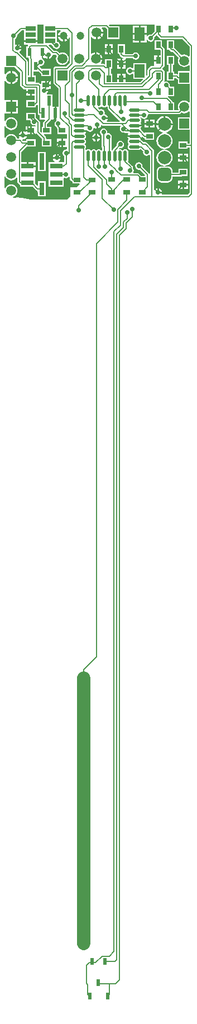
<source format=gtl>
%FSLAX25Y25*%
%MOIN*%
G70*
G01*
G75*
G04 Layer_Physical_Order=1*
G04 Layer_Color=255*
%ADD10R,0.03937X0.02756*%
%ADD11R,0.02362X0.03937*%
%ADD12R,0.01969X0.03937*%
%ADD13R,0.02756X0.03937*%
%ADD14R,0.06299X0.07874*%
%ADD15O,0.02165X0.06496*%
%ADD16O,0.06496X0.02165*%
%ADD17R,0.02362X0.05118*%
%ADD18R,0.06299X0.02756*%
%ADD19R,0.02362X0.05906*%
%ADD20R,0.03150X0.09843*%
%ADD21R,0.03150X0.07480*%
%ADD22R,0.07480X0.03150*%
%ADD23C,0.00787*%
%ADD24C,0.07874*%
G04:AMPARAMS|DCode=25|XSize=78.74mil|YSize=78.74mil|CornerRadius=19.69mil|HoleSize=0mil|Usage=FLASHONLY|Rotation=270.000|XOffset=0mil|YOffset=0mil|HoleType=Round|Shape=RoundedRectangle|*
%AMROUNDEDRECTD25*
21,1,0.07874,0.03937,0,0,270.0*
21,1,0.03937,0.07874,0,0,270.0*
1,1,0.03937,-0.01969,-0.01969*
1,1,0.03937,-0.01969,0.01969*
1,1,0.03937,0.01969,0.01969*
1,1,0.03937,0.01969,-0.01969*
%
%ADD25ROUNDEDRECTD25*%
%ADD26C,0.07874*%
%ADD27C,0.05906*%
%ADD28R,0.05906X0.05906*%
%ADD29R,0.05906X0.05906*%
%ADD30C,0.04724*%
%ADD31C,0.02756*%
G36*
X68087Y326901D02*
Y323464D01*
X61221D01*
Y315984D01*
X68087D01*
Y307897D01*
X67027D01*
Y309055D01*
X61516D01*
Y304724D01*
X67027D01*
Y305489D01*
X68087D01*
Y278452D01*
X66976Y277341D01*
X51684D01*
X51449Y277782D01*
X51469Y277812D01*
X51554Y278240D01*
X49229D01*
Y278740D01*
X48729D01*
Y281065D01*
X48301Y280980D01*
X47515Y280455D01*
X47352Y280211D01*
X46874Y280356D01*
Y303619D01*
X46874Y303619D01*
X46782Y304080D01*
X46521Y304471D01*
X42660Y308332D01*
X42269Y308593D01*
X41808Y308684D01*
X41808Y308684D01*
X40603D01*
X39380Y309907D01*
X38990Y310168D01*
X38946Y310176D01*
X38859Y310616D01*
X38903Y310703D01*
X38903Y310703D01*
X38903D01*
X39363Y311392D01*
X39430Y311726D01*
X39908Y311872D01*
X40427Y311353D01*
X40427Y311353D01*
X40818Y311092D01*
X41279Y311000D01*
X41437Y310209D01*
Y310039D01*
X46949D01*
Y314370D01*
X41437D01*
X41437Y314370D01*
Y314370D01*
X40998Y314188D01*
X39178Y316008D01*
X39163Y316084D01*
X38750Y316702D01*
X38750Y316702D01*
X38750D01*
X38903Y317002D01*
X38903Y317002D01*
X38903D01*
X39363Y317691D01*
X39426Y318004D01*
X35236D01*
Y319004D01*
X39426D01*
X39363Y319316D01*
X38903Y320005D01*
X38903Y320005D01*
X38903D01*
X38750Y320305D01*
X38750Y320305D01*
X39163Y320924D01*
X39308Y321653D01*
X39163Y322383D01*
X38750Y323002D01*
Y323329D01*
X39228Y323475D01*
X39384Y323242D01*
X40100Y322763D01*
X40945Y322595D01*
X41790Y322763D01*
X42506Y323242D01*
X42985Y323958D01*
X43153Y324803D01*
X43134Y324900D01*
X43484Y325424D01*
X43945Y325332D01*
X61773D01*
X61773Y325332D01*
X62234Y325424D01*
X62625Y325685D01*
X63302Y326363D01*
X63984Y326080D01*
X64961Y325952D01*
X65937Y326080D01*
X66847Y326457D01*
X67628Y327057D01*
X68087Y326901D01*
D02*
G37*
G36*
X13429Y316812D02*
X13857Y316897D01*
X14643Y317422D01*
X15169Y318209D01*
X15272Y318725D01*
X15750Y318870D01*
X15786Y318835D01*
X16176Y318574D01*
X16637Y318482D01*
X16637Y318482D01*
X26794D01*
X27030Y318041D01*
X26589Y317382D01*
X26421Y316537D01*
X26589Y315692D01*
X27068Y314976D01*
X27784Y314497D01*
X28629Y314329D01*
X29084Y314420D01*
X29351Y314242D01*
X29812Y314150D01*
X29812Y314150D01*
X31273D01*
X31569Y313706D01*
X31109Y313017D01*
X31047Y312705D01*
X35236D01*
Y311705D01*
X31047D01*
X31109Y311392D01*
X31569Y310703D01*
X31569Y310703D01*
X31569D01*
X31723Y310403D01*
X31723Y310403D01*
X31723D01*
X31309Y309785D01*
X31164Y309055D01*
X31309Y308325D01*
X31723Y307707D01*
Y307254D01*
X31309Y306635D01*
X31164Y305905D01*
X31309Y305176D01*
X31723Y304557D01*
X32341Y304144D01*
X33071Y303999D01*
X37402D01*
X38131Y304144D01*
X38750Y304557D01*
X39550Y304022D01*
X40396Y303177D01*
X40312Y302756D01*
X40480Y301911D01*
X40959Y301195D01*
X41675Y300716D01*
X42520Y300548D01*
X43365Y300716D01*
X44024Y301157D01*
X44465Y300921D01*
Y290035D01*
X43987Y289890D01*
X43765Y290222D01*
X43765Y290222D01*
X39919Y294067D01*
X40003Y294488D01*
X39835Y295333D01*
X39356Y296049D01*
X38640Y296527D01*
X37795Y296695D01*
X36950Y296527D01*
X36234Y296049D01*
X35756Y295333D01*
X35587Y294488D01*
X35756Y293643D01*
X36234Y292927D01*
X36950Y292448D01*
X37795Y292280D01*
X38217Y292364D01*
X41536Y289045D01*
X41344Y288583D01*
X39301D01*
X38056Y289828D01*
X37666Y290089D01*
X37205Y290181D01*
X37205Y290181D01*
X34775D01*
X34540Y290622D01*
X34717Y290887D01*
X34885Y291732D01*
X34717Y292577D01*
X34275Y293238D01*
Y293701D01*
X34275Y293701D01*
X34275Y293701D01*
Y293701D01*
X34275D01*
X34275Y293701D01*
X34183Y294162D01*
X34079Y294318D01*
X33922Y294552D01*
X33922Y294552D01*
X31282Y297193D01*
X31486Y297498D01*
X31631Y298228D01*
Y302559D01*
X31486Y303289D01*
X31073Y303907D01*
X30454Y304321D01*
X29724Y304466D01*
X28995Y304321D01*
X28376Y303907D01*
X27923D01*
X27305Y304321D01*
X26575Y304466D01*
X26279Y304407D01*
X26043Y304848D01*
X26408Y305213D01*
X26829Y305129D01*
X27674Y305297D01*
X28390Y305776D01*
X28869Y306492D01*
X29037Y307337D01*
X28869Y308182D01*
X28390Y308898D01*
X27674Y309377D01*
X26829Y309544D01*
X25984Y309377D01*
X25268Y308898D01*
X24789Y308182D01*
X24621Y307337D01*
X24705Y306916D01*
X22574Y304784D01*
X22313Y304394D01*
X22237Y304014D01*
X22077Y303907D01*
X21624D01*
Y303907D01*
X21480Y304003D01*
Y311090D01*
X21479Y311092D01*
X21474Y311119D01*
X21637Y311937D01*
X21469Y312782D01*
X20990Y313498D01*
X20274Y313977D01*
X19429Y314144D01*
X19360Y314131D01*
X19006Y314484D01*
X19037Y314637D01*
X18869Y315482D01*
X18390Y316198D01*
X17674Y316676D01*
X16829Y316845D01*
X15984Y316676D01*
X15268Y316198D01*
X14789Y315482D01*
X14621Y314637D01*
X14789Y313792D01*
X15268Y313076D01*
X15625Y312837D01*
Y306337D01*
X15625Y306337D01*
X15716Y305876D01*
X15716Y305876D01*
X15716Y305876D01*
X15922Y305569D01*
Y304003D01*
X15778Y303907D01*
X15324D01*
X14706Y304321D01*
X13976Y304466D01*
X13247Y304321D01*
X12628Y303907D01*
X12175D01*
X11556Y304321D01*
X10827Y304466D01*
X10097Y304321D01*
X9478Y303907D01*
X9025D01*
X8407Y304321D01*
X7677Y304466D01*
X6947Y304321D01*
X6474Y304004D01*
X6033Y304240D01*
Y305088D01*
X6092Y305176D01*
X6237Y305905D01*
X6092Y306635D01*
X5679Y307254D01*
Y307707D01*
X6092Y308325D01*
X6237Y309055D01*
X6092Y309785D01*
X5679Y310403D01*
Y310856D01*
X6092Y311475D01*
X6237Y312205D01*
X6092Y312934D01*
X5679Y313553D01*
X5832Y313853D01*
X5832D01*
X6292Y314542D01*
X6355Y314854D01*
X2165D01*
Y315854D01*
X6661D01*
X6840Y315928D01*
X7094Y315548D01*
X7810Y315069D01*
X8655Y314901D01*
X9500Y315069D01*
X10216Y315548D01*
X10695Y316264D01*
X10863Y317109D01*
X11495Y317235D01*
X12001Y316897D01*
X12429Y316812D01*
Y319137D01*
X13429D01*
Y316812D01*
D02*
G37*
G36*
X-8856Y374897D02*
X-9445Y374445D01*
X-9984Y373743D01*
X-10323Y372925D01*
X-10373Y372547D01*
X-7047D01*
Y372047D01*
X-6547D01*
Y368722D01*
X-6170Y368772D01*
X-5352Y369110D01*
X-4650Y369649D01*
X-4110Y370352D01*
X-3772Y371169D01*
X-3275Y371104D01*
Y356108D01*
X-5620Y353763D01*
X-12008D01*
X-12469Y353672D01*
X-12860Y353411D01*
X-13121Y353020D01*
X-13212Y352559D01*
Y344291D01*
X-13213Y344291D01*
X-13121Y343830D01*
X-12860Y343440D01*
X-10234Y340814D01*
Y329937D01*
X-11508D01*
Y325984D01*
Y321906D01*
X-11401Y321553D01*
X-11932Y321198D01*
X-12411Y320482D01*
X-12579Y319637D01*
X-12411Y318792D01*
X-11932Y318076D01*
X-11504Y317790D01*
X-11484Y317686D01*
X-11223Y317295D01*
X-10729Y316801D01*
Y313583D01*
X-5217D01*
D01*
X-5217D01*
X-5141Y313507D01*
Y310646D01*
X-7473D01*
Y308268D01*
Y305890D01*
X-5141D01*
Y304615D01*
X-5471Y304345D01*
X-6316Y304176D01*
X-7032Y303698D01*
X-7511Y302982D01*
X-7679Y302137D01*
X-7511Y301292D01*
X-7032Y300576D01*
X-6716Y300364D01*
Y296717D01*
X-6992D01*
Y296717D01*
X-10051D01*
X-10196Y297195D01*
X-9557Y297622D01*
X-9031Y298409D01*
X-8946Y298837D01*
X-13596D01*
X-13511Y298409D01*
X-12985Y297622D01*
X-12346Y297195D01*
X-12491Y296717D01*
X-16047D01*
Y292070D01*
X-16047Y292070D01*
X-16047D01*
X-16047Y291992D01*
Y291854D01*
X-16047Y291717D01*
X-16047Y291639D01*
X-16047Y291639D01*
X-16047D01*
Y287070D01*
X-16047Y287070D01*
X-16047D01*
X-16047Y286992D01*
Y286854D01*
Y286717D01*
X-16047Y286639D01*
X-16047Y286639D01*
X-16047D01*
Y281992D01*
X-6992D01*
Y286639D01*
X-6992Y286639D01*
D01*
D01*
X-6992Y286717D01*
Y286770D01*
Y286854D01*
Y286893D01*
Y286992D01*
X-6992Y287049D01*
X-6992Y287070D01*
X-6551Y287326D01*
X-6533Y287315D01*
X-5689Y287147D01*
X-4844Y287315D01*
X-4127Y287793D01*
X-3954Y288053D01*
X-3475Y287908D01*
Y287020D01*
X-3475Y287020D01*
X-3384Y286560D01*
X-3122Y286169D01*
X-2323Y285369D01*
X-2323D01*
X-2323Y285369D01*
X-2323Y285369D01*
Y285369D01*
X-1932Y285108D01*
X-1870Y285096D01*
Y284055D01*
X2299D01*
X2491Y283593D01*
X689Y281791D01*
X-2953D01*
X-3150Y276378D01*
X-4921Y274606D01*
X-27012D01*
X-28320Y274934D01*
X-31859Y275459D01*
X-35433Y275634D01*
Y275610D01*
X-35433Y275610D01*
X-37265D01*
X-37362Y276100D01*
X-36500Y276457D01*
X-35718Y277057D01*
X-35119Y277838D01*
X-34742Y278748D01*
X-34613Y279724D01*
X-34742Y280701D01*
X-35119Y281611D01*
X-35718Y282392D01*
X-36500Y282991D01*
X-37409Y283368D01*
X-38386Y283497D01*
X-39362Y283368D01*
X-40272Y282991D01*
X-41053Y282392D01*
X-41653Y281611D01*
X-41813Y281223D01*
X-42304Y281321D01*
Y288128D01*
X-41813Y288226D01*
X-41653Y287838D01*
X-41053Y287057D01*
X-40272Y286457D01*
X-39362Y286081D01*
X-38386Y285952D01*
X-37409Y286081D01*
X-36500Y286457D01*
X-35718Y287057D01*
X-35249Y287669D01*
X-34775Y287508D01*
Y285254D01*
X-34775Y285254D01*
X-34684Y284793D01*
X-34422Y284403D01*
X-33523Y283503D01*
X-33522Y283503D01*
X-33165Y283264D01*
Y281992D01*
X-25512D01*
X-23574Y280054D01*
X-23183Y279793D01*
X-22722Y279701D01*
X-22441Y278295D01*
Y276378D01*
X-17717D01*
Y285433D01*
X-22441D01*
Y282981D01*
X-22903Y282789D01*
X-24110Y283997D01*
Y286717D01*
D01*
Y286717D01*
X-24110Y286717D01*
Y286992D01*
X-24110D01*
Y291717D01*
D01*
Y291717D01*
X-24047Y291780D01*
X-23898D01*
Y293854D01*
X-28638D01*
Y294354D01*
X-29138D01*
Y296929D01*
X-32367D01*
Y302869D01*
X-29133Y306102D01*
X-23918D01*
Y310433D01*
X-29429D01*
Y309472D01*
X-31316D01*
X-31784Y309940D01*
X-31548Y310381D01*
X-31496Y310371D01*
X-30568Y310555D01*
X-29782Y311081D01*
X-29256Y311867D01*
X-29171Y312295D01*
X-33821D01*
X-33736Y311867D01*
X-33404Y311369D01*
X-33639Y310929D01*
X-34836D01*
X-35119Y311611D01*
X-35718Y312392D01*
X-36500Y312991D01*
X-37409Y313368D01*
X-38386Y313497D01*
X-39362Y313368D01*
X-40272Y312991D01*
X-41053Y312392D01*
X-41653Y311611D01*
X-41813Y311223D01*
X-42304Y311321D01*
Y318128D01*
X-41813Y318226D01*
X-41653Y317838D01*
X-41053Y317057D01*
X-40272Y316457D01*
X-39362Y316080D01*
X-38386Y315952D01*
X-37409Y316080D01*
X-36500Y316457D01*
X-35718Y317057D01*
X-35119Y317838D01*
X-34742Y318748D01*
X-34613Y319724D01*
X-34742Y320701D01*
X-35119Y321611D01*
X-35718Y322392D01*
X-36500Y322991D01*
X-37409Y323368D01*
X-38386Y323497D01*
X-39362Y323368D01*
X-40272Y322991D01*
X-41053Y322392D01*
X-41653Y321611D01*
X-41813Y321223D01*
X-42304Y321321D01*
Y325772D01*
X-38886D01*
Y329724D01*
Y333677D01*
X-42304D01*
Y345097D01*
X-42026Y345213D01*
X-41830Y345279D01*
X-41205Y344464D01*
X-40379Y343831D01*
X-39418Y343432D01*
X-38886Y343362D01*
Y347284D01*
Y351205D01*
X-39418Y351135D01*
X-40379Y350736D01*
X-41205Y350103D01*
X-41830Y349288D01*
X-42026Y349355D01*
X-42304Y349470D01*
Y353543D01*
X-42126D01*
Y353543D01*
X-36349D01*
X-33075Y350270D01*
Y342939D01*
X-33075Y342938D01*
X-32984Y342478D01*
X-32722Y342087D01*
X-31122Y340487D01*
X-30732Y340226D01*
X-30271Y340134D01*
X-29445D01*
Y339279D01*
X-26476D01*
Y338779D01*
X-25976D01*
Y336401D01*
X-24475D01*
Y333661D01*
X-29331D01*
Y329331D01*
X-23819D01*
Y330350D01*
X-23651Y330383D01*
X-23260Y330644D01*
X-23037Y330868D01*
X-22575Y330676D01*
Y325984D01*
X-22484Y325523D01*
X-22222Y325133D01*
X-21832Y324872D01*
X-21457Y324797D01*
Y322244D01*
X-18319D01*
X-18127Y321782D01*
X-19021Y320888D01*
X-19282Y320498D01*
X-19374Y320037D01*
X-19374Y320037D01*
Y317913D01*
X-20040D01*
Y314762D01*
X-20502Y314570D01*
X-21167Y315236D01*
Y320316D01*
X-21167Y320316D01*
X-21258Y320777D01*
X-21520Y321167D01*
X-23819Y323467D01*
Y326181D01*
X-29331D01*
Y321850D01*
X-27288D01*
X-26795Y321358D01*
X-26879Y320937D01*
X-26711Y320092D01*
X-26232Y319376D01*
X-25516Y318897D01*
X-24671Y318729D01*
X-23962Y318870D01*
X-23629Y318597D01*
X-23797Y318126D01*
X-23929Y318126D01*
X-23929Y318126D01*
Y318126D01*
X-26173D01*
Y315748D01*
Y313370D01*
X-23705D01*
Y313746D01*
X-23226Y313891D01*
X-23223Y313885D01*
X-19975Y310638D01*
Y310433D01*
X-20040D01*
Y306102D01*
X-14528D01*
Y310433D01*
X-17567D01*
Y311137D01*
X-17567Y311137D01*
X-17658Y311598D01*
X-17920Y311988D01*
X-19052Y313121D01*
X-18860Y313583D01*
X-14528D01*
Y317913D01*
X-16965D01*
Y319538D01*
X-14897Y321607D01*
X-14635Y321997D01*
X-14629Y322031D01*
X-14189D01*
Y322031D01*
X-12508D01*
Y325984D01*
Y329937D01*
X-13780D01*
Y337205D01*
X-17095D01*
X-17240Y337683D01*
X-16986Y337853D01*
X-16461Y338639D01*
X-16376Y339067D01*
X-18701D01*
Y340067D01*
X-16259D01*
X-16036Y340338D01*
X-14650D01*
Y342216D01*
X-17618D01*
Y342716D01*
X-18118D01*
Y345094D01*
X-20587D01*
Y343586D01*
X-21049Y343394D01*
X-21419Y343765D01*
X-21810Y344026D01*
X-22271Y344118D01*
X-22271Y344118D01*
X-23720D01*
Y348425D01*
X-25272D01*
Y350787D01*
X-21979D01*
X-20537Y349345D01*
X-20434Y349277D01*
X-20374Y349237D01*
Y348031D01*
X-14863D01*
Y352362D01*
X-20147D01*
X-21595Y353810D01*
X-21142Y354263D01*
X-20721Y354179D01*
X-19876Y354347D01*
X-19160Y354826D01*
X-18681Y355542D01*
X-18513Y356387D01*
X-18681Y357232D01*
X-19160Y357948D01*
X-19782Y358364D01*
X-19637Y358842D01*
X-17701D01*
X-17701Y358842D01*
Y358842D01*
X-17699Y358843D01*
X-17168Y358488D01*
X-16740Y358403D01*
Y360728D01*
X-15740D01*
Y358403D01*
X-15312Y358488D01*
X-14526Y359014D01*
X-14000Y359801D01*
X-13840Y360607D01*
X-13424Y360884D01*
X-13325Y360865D01*
X-13325Y360865D01*
X-12017D01*
X-11236Y360084D01*
X-11518Y359401D01*
X-11647Y358425D01*
X-11518Y357449D01*
X-11141Y356539D01*
X-10542Y355758D01*
X-9760Y355158D01*
X-8851Y354781D01*
X-7874Y354653D01*
X-6898Y354781D01*
X-5988Y355158D01*
X-5207Y355758D01*
X-4607Y356539D01*
X-4230Y357449D01*
X-4102Y358425D01*
X-4230Y359401D01*
X-4607Y360311D01*
X-5207Y361093D01*
X-5988Y361692D01*
X-6898Y362069D01*
X-7874Y362198D01*
X-8851Y362069D01*
X-9533Y361787D01*
X-10667Y362920D01*
X-11057Y363181D01*
X-11518Y363273D01*
X-11518Y363273D01*
X-12826D01*
X-16020Y366467D01*
X-15829Y366929D01*
X-14695D01*
X-13424Y365658D01*
X-13411Y365592D01*
X-12932Y364876D01*
X-12216Y364397D01*
X-11371Y364229D01*
X-10526Y364397D01*
X-9810Y364876D01*
X-9331Y365592D01*
X-9163Y366437D01*
X-9331Y367282D01*
X-9810Y367998D01*
X-10526Y368477D01*
X-11220Y368615D01*
Y370669D01*
Y374410D01*
Y375371D01*
X-9017D01*
X-8856Y374897D01*
D02*
G37*
G36*
X19071Y329854D02*
Y329137D01*
X19071Y329137D01*
X19163Y328676D01*
X19424Y328285D01*
X26224Y321485D01*
X26224Y321485D01*
X26398Y321369D01*
X26252Y320891D01*
X18889D01*
X18653Y321332D01*
X19169Y322104D01*
X19254Y322531D01*
X16929D01*
Y323531D01*
X19254D01*
X19169Y323959D01*
X18643Y324746D01*
X17857Y325271D01*
X17615Y325320D01*
X17337Y325735D01*
X17437Y326237D01*
X17269Y327082D01*
X16790Y327798D01*
X16074Y328276D01*
X15229Y328445D01*
X14384Y328276D01*
X14268Y328199D01*
X13459Y329007D01*
X13695Y329448D01*
X13976Y329392D01*
X14706Y329537D01*
X15324Y329951D01*
X15778D01*
X16396Y329537D01*
X17126Y329392D01*
X17855Y329537D01*
X18474Y329951D01*
X18927D01*
X19071Y329854D01*
D02*
G37*
G36*
X47244Y378740D02*
X47244D01*
Y374855D01*
X45350Y372961D01*
X44929Y373044D01*
X44084Y372877D01*
X43368Y372398D01*
X43014Y371868D01*
X42535Y372013D01*
Y372728D01*
X38886D01*
Y368291D01*
X42535D01*
Y369661D01*
X43014Y369806D01*
X43368Y369276D01*
X44084Y368797D01*
X44929Y368629D01*
X45774Y368797D01*
X46490Y369276D01*
X46969Y369992D01*
X47137Y370837D01*
X47053Y371258D01*
X48129Y372334D01*
X48629D01*
X50477Y370485D01*
X50477Y370485D01*
X50712Y370329D01*
X50868Y370224D01*
X51329Y370132D01*
X63630D01*
X68087Y365676D01*
Y360107D01*
X67628Y359951D01*
X66847Y360551D01*
X65937Y360927D01*
X64961Y361056D01*
X63984Y360927D01*
X63302Y360645D01*
X59459Y364488D01*
X59068Y364749D01*
X59055Y364752D01*
Y369410D01*
X54724D01*
Y363898D01*
X55855D01*
X55982Y363708D01*
X56038Y363625D01*
X56877Y362785D01*
X57268Y362524D01*
X57729Y362433D01*
X58109D01*
X61599Y358942D01*
X61317Y358260D01*
X61188Y357284D01*
X61317Y356307D01*
X61694Y355397D01*
X62293Y354616D01*
X63074Y354016D01*
X63984Y353640D01*
X64961Y353511D01*
X65937Y353640D01*
X66847Y354016D01*
X67628Y354616D01*
X68087Y354460D01*
Y351024D01*
X61221D01*
Y349591D01*
X60834Y349274D01*
X60429Y349354D01*
X60429Y349354D01*
X59055D01*
Y350906D01*
X58094D01*
Y354704D01*
X59055D01*
Y360216D01*
X54724D01*
Y354704D01*
X55685D01*
Y350906D01*
X54724D01*
Y345394D01*
X59055D01*
Y346946D01*
X59930D01*
X60444Y346432D01*
X60444Y346432D01*
X60835Y346171D01*
X60835Y346171D01*
X60835Y346171D01*
D01*
X60835Y346171D01*
X60835Y346171D01*
X61221Y346094D01*
Y343543D01*
X68087D01*
Y332548D01*
X67628Y332392D01*
X66847Y332991D01*
X65937Y333368D01*
X64961Y333497D01*
X63984Y333368D01*
X63074Y332991D01*
X62293Y332392D01*
X61694Y331611D01*
X61317Y330701D01*
X61188Y329724D01*
X61317Y328748D01*
X61599Y328066D01*
X61274Y327741D01*
X59055D01*
Y332480D01*
X58065D01*
X58002Y332798D01*
X57741Y333188D01*
X55441Y335488D01*
X55091Y335722D01*
X55236Y336201D01*
X59055D01*
Y341713D01*
X56756D01*
X56253Y342216D01*
X56337Y342637D01*
X56169Y343482D01*
X55690Y344198D01*
X54974Y344676D01*
X54129Y344845D01*
X53284Y344676D01*
X52997Y345106D01*
X53081Y345232D01*
X53081Y345232D01*
X53081Y345232D01*
X53173Y345692D01*
X53173Y345692D01*
Y350608D01*
X53173Y350608D01*
X53081Y351069D01*
X52820Y351459D01*
X52820Y351459D01*
X52128Y352151D01*
X52047Y352205D01*
X51998Y352703D01*
X52881Y353585D01*
X53142Y353976D01*
X53233Y354437D01*
X53233Y354437D01*
X53233Y354437D01*
Y354437D01*
Y364035D01*
X53233Y364035D01*
X53233Y364035D01*
Y364035D01*
X53233D01*
X53233Y364035D01*
X53142Y364495D01*
X53037Y364652D01*
X52881Y364886D01*
X52881Y364886D01*
X51575Y366192D01*
Y369410D01*
X47244D01*
Y363898D01*
X50462D01*
X50825Y363536D01*
Y360429D01*
X49909D01*
Y357460D01*
X49409D01*
Y356960D01*
X47032D01*
Y354492D01*
X47031D01*
Y354433D01*
X46678Y354079D01*
X45553D01*
X45553Y354079D01*
X45092Y353987D01*
X44701Y353726D01*
X44701Y353726D01*
X43363Y352388D01*
X43102Y351998D01*
X43011Y351537D01*
X43011Y351537D01*
Y348852D01*
X42595Y348574D01*
X42323Y348687D01*
Y355905D01*
X34449D01*
Y352989D01*
X34008Y352753D01*
X33374Y353176D01*
X32529Y353344D01*
X31684Y353176D01*
X30968Y352698D01*
X30489Y351982D01*
X30321Y351137D01*
X30489Y350292D01*
X30968Y349576D01*
X31684Y349097D01*
X32529Y348929D01*
X33374Y349097D01*
X34008Y349520D01*
X34449Y349285D01*
Y346457D01*
X40093D01*
X40284Y345995D01*
X38830Y344541D01*
X29740D01*
Y346055D01*
X24984D01*
Y344541D01*
X22047D01*
Y349311D01*
X21086D01*
Y352618D01*
X22047D01*
Y358130D01*
X17717D01*
Y355455D01*
X17327Y355246D01*
X16866Y355338D01*
X16866Y355338D01*
X15305D01*
X15084Y355787D01*
X15578Y356432D01*
X15977Y357393D01*
X16047Y357925D01*
X12126D01*
Y358425D01*
X11626D01*
Y362346D01*
X11094Y362276D01*
X10132Y361878D01*
X9582Y361455D01*
X9133Y361677D01*
Y371312D01*
X9607Y371473D01*
X9819Y371196D01*
X10644Y370563D01*
X11606Y370164D01*
X12138Y370094D01*
Y374015D01*
X12638D01*
Y374516D01*
X16559D01*
X16489Y375047D01*
X16091Y376009D01*
X15649Y376584D01*
X15870Y377032D01*
X17918D01*
X18898Y376053D01*
Y370275D01*
X26378D01*
Y377756D01*
X20601D01*
X19901Y378456D01*
X20092Y378918D01*
X47244D01*
Y378740D01*
D02*
G37*
G36*
X-19094Y378740D02*
X-19094D01*
Y374410D01*
Y370669D01*
Y367348D01*
X-22622D01*
Y368595D01*
X-30921D01*
Y366717D01*
X-28531D01*
X-28295Y366276D01*
X-28475Y366006D01*
X-28526Y365748D01*
X-29331D01*
Y359055D01*
X-27951D01*
X-27681Y357637D01*
Y348425D01*
X-28567D01*
Y356739D01*
X-28658Y357200D01*
X-28920Y357591D01*
X-33500Y362172D01*
X-33451Y362669D01*
X-33030Y362951D01*
X-32504Y363737D01*
X-32419Y364165D01*
X-34744D01*
Y364665D01*
X-35244D01*
Y366990D01*
X-35672Y366905D01*
X-36099Y367133D01*
Y370247D01*
X-35447Y370683D01*
X-34968Y371399D01*
X-34800Y372244D01*
X-34884Y372665D01*
X-32178Y375371D01*
X-30709D01*
Y374410D01*
Y371472D01*
X-30921D01*
Y369595D01*
X-22622D01*
Y371472D01*
X-22835D01*
Y374410D01*
Y378740D01*
D01*
Y378740D01*
X-22657Y378918D01*
X-19094D01*
Y378740D01*
D02*
G37*
%LPC*%
G36*
X11803Y313742D02*
X11375Y313657D01*
X10589Y313132D01*
X10063Y312345D01*
X9978Y311917D01*
X11803D01*
Y313742D01*
D02*
G37*
G36*
X12803D02*
Y311917D01*
X14628D01*
X14543Y312345D01*
X14017Y313132D01*
X13231Y313657D01*
X12803Y313742D01*
D02*
G37*
G36*
X14628Y310917D02*
X12803D01*
Y309092D01*
X13231Y309177D01*
X14017Y309703D01*
X14543Y310489D01*
X14628Y310917D01*
D02*
G37*
G36*
X11803D02*
X9978D01*
X10063Y310489D01*
X10589Y309703D01*
X11375Y309177D01*
X11803Y309092D01*
Y310917D01*
D02*
G37*
G36*
X-8473Y310646D02*
X-10941D01*
Y308768D01*
X-8473D01*
Y310646D01*
D02*
G37*
G36*
X-31996Y315120D02*
X-32424Y315035D01*
X-33211Y314510D01*
X-33736Y313723D01*
X-33821Y313295D01*
X-31996D01*
Y315120D01*
D02*
G37*
G36*
X47161Y319185D02*
X44693D01*
Y317307D01*
X47161D01*
Y319185D01*
D02*
G37*
G36*
X52650Y324284D02*
X51861Y324180D01*
X50660Y323682D01*
X49628Y322891D01*
X48837Y321860D01*
X48340Y320659D01*
X48236Y319870D01*
X52650D01*
Y324284D01*
D02*
G37*
G36*
X43693Y319185D02*
X41224D01*
Y317307D01*
X43693D01*
Y319185D01*
D02*
G37*
G36*
X-27173Y315248D02*
X-29642D01*
Y314947D01*
X-30083Y314711D01*
X-30568Y315035D01*
X-30996Y315120D01*
Y313295D01*
X-28853D01*
X-28792Y313370D01*
X-27173D01*
Y315248D01*
D02*
G37*
G36*
Y318126D02*
X-29642D01*
Y316248D01*
X-27173D01*
Y318126D01*
D02*
G37*
G36*
X-8473Y307768D02*
X-10941D01*
Y305890D01*
X-8473D01*
Y307768D01*
D02*
G37*
G36*
X67240Y285646D02*
X64772D01*
Y283768D01*
X67240D01*
Y285646D01*
D02*
G37*
G36*
X58063Y318870D02*
X48236D01*
X48340Y318081D01*
X48837Y316880D01*
X49628Y315849D01*
X50660Y315057D01*
X51861Y314560D01*
X52220Y314513D01*
Y314013D01*
X51916Y313973D01*
X50767Y313497D01*
X49780Y312739D01*
X49023Y311753D01*
X48547Y310603D01*
X48384Y309370D01*
X48547Y308137D01*
X49023Y306987D01*
X49780Y306000D01*
X50767Y305243D01*
X51916Y304767D01*
X53034Y304620D01*
Y304120D01*
X51916Y303973D01*
X50767Y303497D01*
X49780Y302739D01*
X49023Y301752D01*
X48547Y300603D01*
X48384Y299370D01*
X48547Y298137D01*
X49023Y296987D01*
X49780Y296001D01*
X50767Y295243D01*
X51916Y294767D01*
X53056Y294617D01*
Y294617D01*
X53023Y294118D01*
X51181D01*
X50462Y294023D01*
X49791Y293746D01*
X49216Y293304D01*
X48774Y292728D01*
X48496Y292058D01*
X48401Y291338D01*
Y287401D01*
X48496Y286682D01*
X48774Y286012D01*
X49216Y285436D01*
X49791Y284994D01*
X50462Y284717D01*
X51181Y284622D01*
X55118D01*
X55838Y284717D01*
X56508Y284994D01*
X57084Y285436D01*
X57525Y286012D01*
X57803Y286682D01*
X57898Y287401D01*
Y288166D01*
X62894D01*
X62894Y288166D01*
X63354Y288257D01*
X63745Y288518D01*
X63809Y288583D01*
X67028D01*
Y292913D01*
X61516D01*
Y290574D01*
X57898D01*
Y291338D01*
X57803Y292058D01*
X57525Y292728D01*
X57084Y293304D01*
X56508Y293746D01*
X55838Y294023D01*
X55118Y294118D01*
X53276D01*
X53275Y294132D01*
X53243Y294617D01*
X54383Y294767D01*
X55532Y295243D01*
X56519Y296001D01*
X57276Y296987D01*
X57752Y298137D01*
X57915Y299370D01*
X57752Y300603D01*
X57276Y301752D01*
X56519Y302739D01*
X55532Y303497D01*
X54383Y303973D01*
X53265Y304120D01*
Y304620D01*
X54383Y304767D01*
X55532Y305243D01*
X56519Y306000D01*
X57276Y306987D01*
X57752Y308137D01*
X57915Y309370D01*
X57752Y310603D01*
X57276Y311753D01*
X56519Y312739D01*
X55532Y313497D01*
X54383Y313973D01*
X54079Y314013D01*
Y314513D01*
X54438Y314560D01*
X55639Y315057D01*
X56671Y315849D01*
X57462Y316880D01*
X57960Y318081D01*
X58063Y318870D01*
D02*
G37*
G36*
X-17717Y302756D02*
X-22441D01*
Y291338D01*
X-17717D01*
Y302756D01*
D02*
G37*
G36*
X63772Y285646D02*
X61303D01*
Y283768D01*
X63772D01*
Y285646D01*
D02*
G37*
G36*
X49729Y281065D02*
Y279240D01*
X51554D01*
X51469Y279668D01*
X50943Y280455D01*
X50157Y280980D01*
X49729Y281065D01*
D02*
G37*
G36*
X63772Y282768D02*
X61303D01*
Y280890D01*
X63772D01*
Y282768D01*
D02*
G37*
G36*
X67240D02*
X64772D01*
Y280890D01*
X67240D01*
Y282768D01*
D02*
G37*
G36*
X-10771Y301662D02*
Y299837D01*
X-8946D01*
X-9031Y300265D01*
X-9557Y301051D01*
X-10343Y301577D01*
X-10771Y301662D01*
D02*
G37*
G36*
X63772Y301787D02*
X61303D01*
Y299910D01*
X63772D01*
Y301787D01*
D02*
G37*
G36*
X67240D02*
X64772D01*
Y299910D01*
X67240D01*
Y301787D01*
D02*
G37*
G36*
X-11771Y301662D02*
X-12199Y301577D01*
X-12985Y301051D01*
X-13511Y300265D01*
X-13596Y299837D01*
X-11771D01*
Y301662D01*
D02*
G37*
G36*
X-23898Y296929D02*
X-28138D01*
Y294854D01*
X-23898D01*
Y296929D01*
D02*
G37*
G36*
X63772Y298910D02*
X61303D01*
Y297032D01*
X63772D01*
Y298910D01*
D02*
G37*
G36*
X67240D02*
X64772D01*
Y297032D01*
X67240D01*
Y298910D01*
D02*
G37*
G36*
X19382Y363732D02*
X17504D01*
Y361263D01*
X19382D01*
Y363732D01*
D02*
G37*
G36*
X22260D02*
X20382D01*
Y361263D01*
X22260D01*
Y363732D01*
D02*
G37*
G36*
X19382Y367200D02*
X17504D01*
Y364732D01*
X19382D01*
Y367200D01*
D02*
G37*
G36*
X29528Y366987D02*
X25197D01*
Y361476D01*
X25819D01*
X26158Y361137D01*
Y361137D01*
X26158D01*
D01*
D01*
D01*
X26250Y360676D01*
X26511Y360285D01*
X27611Y359185D01*
X27611Y359185D01*
X27845Y359029D01*
X28001Y358924D01*
X28424Y358840D01*
X28375Y358343D01*
X27862D01*
Y355874D01*
X29740D01*
Y358343D01*
X29740D01*
Y358479D01*
X30094Y358833D01*
X34129D01*
X34368Y358476D01*
X35084Y357997D01*
X35929Y357829D01*
X36774Y357997D01*
X37490Y358476D01*
X37969Y359192D01*
X38137Y360037D01*
X37969Y360882D01*
X37490Y361598D01*
X36774Y362076D01*
X35929Y362245D01*
X35084Y362076D01*
X34368Y361598D01*
X34129Y361241D01*
X29528D01*
Y361476D01*
X29528D01*
Y366987D01*
D02*
G37*
G36*
X48909Y360429D02*
X47032D01*
Y357960D01*
X48909D01*
Y360429D01*
D02*
G37*
G36*
X12626Y362346D02*
Y358925D01*
X16047D01*
X15977Y359457D01*
X15578Y360419D01*
X14945Y361244D01*
X14119Y361878D01*
X13158Y362276D01*
X12626Y362346D01*
D02*
G37*
G36*
X22260Y367200D02*
X20382D01*
Y364732D01*
X22260D01*
Y367200D01*
D02*
G37*
G36*
X16559Y373516D02*
X13138D01*
Y370094D01*
X13670Y370164D01*
X14631Y370563D01*
X15457Y371196D01*
X16091Y372022D01*
X16489Y372984D01*
X16559Y373516D01*
D02*
G37*
G36*
X37886Y378165D02*
X34236D01*
Y373728D01*
X37886D01*
Y378165D01*
D02*
G37*
G36*
X42535D02*
X38886D01*
Y373728D01*
X42535D01*
Y378165D01*
D02*
G37*
G36*
X-34244Y366990D02*
Y365165D01*
X-32419D01*
X-32504Y365593D01*
X-33030Y366380D01*
X-33816Y366905D01*
X-34244Y366990D01*
D02*
G37*
G36*
X37886Y372728D02*
X34236D01*
Y368291D01*
X37886D01*
Y372728D01*
D02*
G37*
G36*
X-7547Y371547D02*
X-10373D01*
X-10323Y371169D01*
X-9984Y370352D01*
X-9445Y369649D01*
X-8743Y369110D01*
X-7925Y368772D01*
X-7547Y368722D01*
Y371547D01*
D02*
G37*
G36*
X26862Y358343D02*
X24984D01*
Y355874D01*
X26862D01*
Y358343D01*
D02*
G37*
G36*
X-34433Y329224D02*
X-37886D01*
Y325772D01*
X-34433D01*
Y329224D01*
D02*
G37*
G36*
Y333677D02*
X-37886D01*
Y330224D01*
X-34433D01*
Y333677D01*
D02*
G37*
G36*
X-26976Y338279D02*
X-29445D01*
Y336401D01*
X-26976D01*
Y338279D01*
D02*
G37*
G36*
X53650Y324284D02*
Y319870D01*
X58063D01*
X57960Y320659D01*
X57462Y321860D01*
X56671Y322891D01*
X55639Y323682D01*
X54438Y324180D01*
X53650Y324284D01*
D02*
G37*
G36*
X43693Y322063D02*
X41224D01*
Y320185D01*
X43693D01*
Y322063D01*
D02*
G37*
G36*
X47161D02*
X44693D01*
Y320185D01*
X47161D01*
Y322063D01*
D02*
G37*
G36*
X-14650Y345094D02*
X-17118D01*
Y343216D01*
X-14650D01*
Y345094D01*
D02*
G37*
G36*
X-37886Y351205D02*
Y347784D01*
X-34465D01*
X-34535Y348315D01*
X-34933Y349277D01*
X-35567Y350103D01*
X-36393Y350736D01*
X-37354Y351135D01*
X-37886Y351205D01*
D02*
G37*
G36*
X26862Y354874D02*
X24984D01*
Y352406D01*
X26862D01*
Y354874D01*
D02*
G37*
G36*
X29740D02*
X27862D01*
Y352406D01*
X29740D01*
Y354874D01*
D02*
G37*
G36*
X-34465Y346784D02*
X-37886D01*
Y343362D01*
X-37354Y343432D01*
X-36393Y343831D01*
X-35567Y344464D01*
X-34933Y345290D01*
X-34535Y346252D01*
X-34465Y346784D01*
D02*
G37*
G36*
X26862Y349524D02*
X24984D01*
Y347055D01*
X26862D01*
Y349524D01*
D02*
G37*
G36*
X29740D02*
X27862D01*
Y347055D01*
X29740D01*
Y349524D01*
D02*
G37*
%LPD*%
D10*
X30709Y278937D02*
D03*
Y286417D02*
D03*
X21555Y286417D02*
D03*
Y278937D02*
D03*
X44193Y319685D02*
D03*
Y312205D02*
D03*
X-17618Y342716D02*
D03*
Y350197D02*
D03*
X-26476Y338779D02*
D03*
Y346260D02*
D03*
X-26575Y331496D02*
D03*
Y324016D02*
D03*
X-26673Y315748D02*
D03*
Y308268D02*
D03*
X-17284Y315748D02*
D03*
Y308268D02*
D03*
X-7973D02*
D03*
Y315748D02*
D03*
X886Y286220D02*
D03*
Y278740D02*
D03*
X9842D02*
D03*
Y286220D02*
D03*
X39764Y278937D02*
D03*
Y286417D02*
D03*
X64272Y299410D02*
D03*
Y306890D02*
D03*
X64272Y283268D02*
D03*
Y290748D02*
D03*
D11*
X13681Y-192520D02*
D03*
X17421Y-179921D02*
D03*
X9941D02*
D03*
D12*
X8464Y-200689D02*
D03*
X19193D02*
D03*
D13*
X27362Y346555D02*
D03*
X19882D02*
D03*
X27362Y355374D02*
D03*
X19882D02*
D03*
Y364232D02*
D03*
X27362D02*
D03*
X56890Y348150D02*
D03*
X49409D02*
D03*
Y338957D02*
D03*
X56890D02*
D03*
X49409Y329724D02*
D03*
X56890D02*
D03*
X49409Y357460D02*
D03*
X56890D02*
D03*
Y366654D02*
D03*
X49409D02*
D03*
Y375984D02*
D03*
X56890D02*
D03*
D14*
X38386Y351181D02*
D03*
Y373228D02*
D03*
D15*
X29724Y300394D02*
D03*
X26575D02*
D03*
X23425Y300394D02*
D03*
X20276Y300394D02*
D03*
X17126D02*
D03*
X13976D02*
D03*
X10827D02*
D03*
X7677D02*
D03*
X7677Y333464D02*
D03*
X10827D02*
D03*
X13976D02*
D03*
X17126D02*
D03*
X20276D02*
D03*
X23425D02*
D03*
X26575D02*
D03*
X29724D02*
D03*
D16*
X2165Y305905D02*
D03*
Y309055D02*
D03*
Y312205D02*
D03*
Y315354D02*
D03*
Y318504D02*
D03*
Y321653D02*
D03*
Y324803D02*
D03*
Y327953D02*
D03*
X35236D02*
D03*
Y324803D02*
D03*
Y321653D02*
D03*
Y318504D02*
D03*
Y315354D02*
D03*
Y312205D02*
D03*
Y309055D02*
D03*
Y305905D02*
D03*
D17*
X-23622Y354134D02*
D03*
X-27362Y362401D02*
D03*
X-19882D02*
D03*
D18*
X-15157Y369094D02*
D03*
Y376575D02*
D03*
Y372835D02*
D03*
X-26772Y372835D02*
D03*
Y376575D02*
D03*
Y369094D02*
D03*
D19*
X-19488Y325984D02*
D03*
X-12008D02*
D03*
X-15748Y333465D02*
D03*
D20*
X-20079Y297047D02*
D03*
D21*
Y280906D02*
D03*
D22*
X-11520Y284354D02*
D03*
X-11520Y294354D02*
D03*
X-11520Y289354D02*
D03*
X-28638Y289354D02*
D03*
Y294354D02*
D03*
Y284354D02*
D03*
D23*
X540Y327953D02*
Y343537D01*
X-2008Y333151D02*
Y350500D01*
X-2271Y332888D02*
X-2008Y333151D01*
X-6196Y333927D02*
X-3846Y331576D01*
Y324028D02*
Y331576D01*
Y324028D02*
X-1471Y321653D01*
X-24112Y331496D02*
X-23271Y332337D01*
X-26575Y331496D02*
X-24112D01*
X-17520Y360039D02*
X-16240D01*
X-19882Y362401D02*
X-17520Y360039D01*
X-16240D02*
Y360728D01*
X-26764Y366144D02*
X-17400D01*
X-19882Y359248D02*
Y362401D01*
Y359248D02*
X-14871Y354237D01*
X-17400Y366144D02*
X-13325Y362069D01*
X-15157Y376575D02*
X-4925D01*
X-35138Y362106D02*
X-29771Y356739D01*
Y343537D02*
Y356739D01*
X-26476Y346260D02*
Y357751D01*
X-29148Y342913D02*
X-22271D01*
X-29771Y343537D02*
X-29148Y342913D01*
X-30271Y341338D02*
X-23271D01*
X-31871Y342938D02*
X-30271Y341338D01*
X-31871Y342938D02*
Y350769D01*
X-38386Y357284D02*
X-31871Y350769D01*
X-37303Y371949D02*
X-37008Y372244D01*
X-37303Y363605D02*
Y371949D01*
Y363605D02*
X-35804Y362106D01*
X-35138D01*
X-34744Y364665D02*
X-30315Y369094D01*
X-26772D01*
X-32677Y376575D02*
X-26772D01*
X-37008Y372244D02*
X-32677Y376575D01*
X-17618Y340650D02*
Y342716D01*
X-18701Y339567D02*
X-17618Y340650D01*
X-2071Y355609D02*
Y373721D01*
X-4925Y376575D02*
X-2071Y373721D01*
X-15157Y369094D02*
X-12500Y366437D01*
X-11371D01*
X-13325Y362069D02*
X-11518D01*
X27090Y288976D02*
X37205D01*
X24213Y291853D02*
X27090Y288976D01*
X20276Y295942D02*
X24213Y292005D01*
X20276Y295942D02*
Y300394D01*
X24213Y291853D02*
Y292005D01*
X21555Y290846D02*
X21654Y290945D01*
X21555Y286417D02*
Y290846D01*
X35236Y324803D02*
X41732D01*
X41732Y324803D01*
X40945D02*
X41732D01*
X43945Y326537D02*
X61773D01*
X42529Y327953D02*
X43945Y326537D01*
X35236Y327953D02*
X42529D01*
X39370Y305905D02*
X42520Y302756D01*
X35236Y305905D02*
X39370D01*
X41808Y307480D02*
X45669Y303619D01*
X40104Y307480D02*
X41808D01*
X45669Y276531D02*
Y303619D01*
X32677Y291732D02*
X33071D01*
X38529Y309055D02*
X40104Y307480D01*
X37453Y294146D02*
X37795Y294488D01*
X37453Y294146D02*
X37795Y294488D01*
X37453Y294146D02*
Y294146D01*
X26575Y293110D02*
X26772Y292913D01*
X18406Y283858D02*
X21555Y280709D01*
X18406Y283858D02*
Y286184D01*
X10827Y293763D02*
X18406Y286184D01*
X10827Y293763D02*
Y300394D01*
X15748Y275295D02*
Y286614D01*
X7677Y294685D02*
X15748Y286614D01*
X7677Y294685D02*
Y300394D01*
X15748Y275295D02*
X22736Y268307D01*
X1968Y270866D02*
X9842Y278740D01*
X1968Y268012D02*
Y270866D01*
X2362Y278740D02*
X9842Y286220D01*
X-2271Y287020D02*
Y308255D01*
Y287020D02*
X-1471Y286220D01*
X886D01*
X-5512Y295914D02*
Y302137D01*
X-7071Y294354D02*
X-5512Y295914D01*
X-11520Y294354D02*
X-7071D01*
X7696Y314345D02*
X11426D01*
X6686Y315354D02*
X7696Y314345D01*
X2165Y315354D02*
X6686D01*
X26870Y267815D02*
X35192Y276137D01*
X25295Y268602D02*
X30709Y274016D01*
X25295Y261122D02*
Y268602D01*
X26870Y259252D02*
Y267815D01*
X33858Y264111D02*
Y268799D01*
X12402Y248228D02*
X25295Y261122D01*
X4921Y-10827D02*
Y-5709D01*
X11912Y-180610D02*
X15751Y-176772D01*
X8071Y-180610D02*
X11912D01*
X6496Y-182185D02*
X8071Y-180610D01*
X6496Y-192911D02*
Y-182185D01*
Y-192911D02*
X7382Y-193796D01*
Y-199656D02*
Y-193796D01*
Y-199656D02*
X8366Y-200640D01*
X22952Y255334D02*
X26870Y259252D01*
X24527Y253740D02*
X28543Y257756D01*
X26102Y253088D02*
X30118Y257104D01*
X26102Y238794D02*
Y253088D01*
X30118Y257104D02*
Y260371D01*
X28543Y257756D02*
Y261023D01*
X30709Y274016D02*
Y278937D01*
X69291Y306693D02*
Y366174D01*
Y277953D02*
Y306693D01*
X64468D02*
X69291D01*
X64272Y306890D02*
X64468Y306693D01*
X64272Y299410D02*
X67323Y296358D01*
Y292812D02*
Y296358D01*
Y292812D02*
X67421Y292714D01*
Y288881D02*
Y292714D01*
X64272Y285731D02*
X67421Y288881D01*
X64272Y283268D02*
Y285731D01*
X64129Y371337D02*
X69291Y366174D01*
X67475Y276137D02*
X69291Y277953D01*
X53150Y289370D02*
X62894D01*
X64272Y290748D01*
X49229Y278740D02*
X59744D01*
X64272Y283268D01*
X46063Y276137D02*
X67475D01*
X26575Y293110D02*
Y300394D01*
X33071Y291732D02*
Y293701D01*
X29724Y297047D02*
X33071Y293701D01*
X29724Y297047D02*
Y300394D01*
X39764Y278937D02*
X42913Y282087D01*
Y289370D01*
X37795Y294488D02*
X42913Y289370D01*
X37795Y294488D02*
X37795D01*
X21555Y278937D02*
X29035Y286417D01*
X30709D01*
X37205Y288976D02*
X39764Y286417D01*
X21555Y278937D02*
Y280709D01*
X17126Y294094D02*
Y300394D01*
X17126Y294094D02*
X17717D01*
X17126Y294094D02*
X17126Y294094D01*
X35192Y276137D02*
X46063D01*
X45669Y276531D02*
X46063Y276137D01*
X40529Y309437D02*
X46529D01*
X47429Y280540D02*
Y310337D01*
Y280540D02*
X49229Y278740D01*
X15751Y-176772D02*
X20079D01*
X23917Y-193209D02*
X26181Y-190945D01*
X20079Y-193209D02*
X23917D01*
X20276Y-199656D02*
Y-193406D01*
X19291Y-200640D02*
X20276Y-199656D01*
X886Y278740D02*
X2362D01*
X45790Y349547D02*
X47542Y351300D01*
X49409Y338957D02*
Y343133D01*
X39981Y341762D02*
Y341762D01*
X45790Y347570D02*
Y349547D01*
X39981Y341762D02*
X45790Y347570D01*
X47542Y351300D02*
X51277D01*
X51968Y350608D01*
Y345692D02*
Y350608D01*
X49409Y343133D02*
X51968Y345692D01*
X46456Y332678D02*
X49409Y329724D01*
X30511Y332678D02*
X46456D01*
X29724Y333464D02*
X30511Y332678D01*
X4829Y287920D02*
Y305905D01*
X56890Y376637D02*
X60329D01*
X16817Y369837D02*
X38386D01*
X44193Y319685D02*
X48429D01*
X47429Y310337D02*
Y313649D01*
X12929Y315848D02*
X14336Y317255D01*
X-14871Y354237D02*
X-13971Y353337D01*
X-28928Y338779D02*
X-26476D01*
X-33671D02*
X-28928D01*
X-38386Y338437D02*
Y343494D01*
X-9671Y300937D02*
Y308268D01*
X-28371Y315748D02*
Y318637D01*
X49409Y373256D02*
Y375317D01*
X3229Y333537D02*
X7677D01*
X-6371Y324153D02*
Y325637D01*
X-18771Y308268D02*
Y311137D01*
X-26071Y324016D02*
X-22371Y320316D01*
X19882Y346555D02*
Y353165D01*
X17835D02*
X19882D01*
X29812Y315354D02*
X31929D01*
X27681Y319687D02*
X29720Y317607D01*
X31929Y315354D01*
X27681Y319687D02*
X29729D01*
X-2271Y332888D02*
Y336837D01*
Y325779D02*
Y332888D01*
Y325303D02*
Y325779D01*
X-1771Y324803D02*
X-1295D01*
X-28671Y308268D02*
X-26673D01*
X-31814D02*
X-28671D01*
X32529Y351137D02*
X38386D01*
X49409Y345717D02*
Y348150D01*
X43879Y340187D02*
X49409Y345717D01*
X20076Y340187D02*
X43879D01*
X17126Y337237D02*
X20076Y340187D01*
X17126Y333464D02*
Y337237D01*
X7260Y318504D02*
X8655Y317109D01*
X2165Y318504D02*
X7260D01*
X-14871Y354237D02*
X-6216D01*
X-3740Y356713D01*
Y368740D01*
X-7047Y372047D02*
X-3740Y368740D01*
X29409Y357460D02*
X49409D01*
X27362Y355413D02*
X29409Y357460D01*
X11426Y314345D02*
X12929Y315848D01*
Y319137D01*
X16948Y363247D02*
X19882D01*
X12126Y358425D02*
X16948Y363247D01*
X-38386Y338437D02*
X-38386Y329724D01*
X-11471Y304937D02*
X-9744Y308268D01*
X-23071Y304937D02*
X-11471D01*
X-23071D02*
X-22871Y302737D01*
Y295354D02*
Y302737D01*
X-26673Y315748D02*
X-23071Y312146D01*
Y304937D02*
Y312146D01*
X-23871Y294354D02*
X-22871Y295354D01*
X-28638Y294354D02*
X-23871D01*
X51329Y371337D02*
X64129D01*
X49409Y373256D02*
X51329Y371337D01*
X10827Y329937D02*
Y333464D01*
Y329937D02*
X14527Y326237D01*
X15229D01*
X20276Y329137D02*
Y333464D01*
Y329137D02*
X27076Y322337D01*
X28429D01*
X-11520Y289354D02*
X-5689D01*
X13976Y294237D02*
Y300394D01*
X-23271Y332337D02*
Y341338D01*
X-19685Y350197D02*
X-17618D01*
X-23622Y354134D02*
X-19685Y350197D01*
X41279Y312205D02*
X44193D01*
X38129Y315354D02*
X41279Y312205D01*
X35236Y315354D02*
X38129D01*
X2165Y324803D02*
X6770D01*
X11028Y325296D02*
X16637Y319687D01*
X27681D01*
X31929Y315354D02*
X35236D01*
X-27362Y362401D02*
X-26476Y357751D01*
X35236Y309055D02*
X38529D01*
X16829Y306337D02*
Y314637D01*
Y306337D02*
X17126Y306040D01*
Y300394D02*
Y306040D01*
X14336Y317255D02*
X21032D01*
X26082Y312205D01*
X35236D01*
X56890Y338957D02*
Y339876D01*
X54129Y342637D02*
X56890Y339876D01*
X28629Y316537D02*
X29812Y315354D01*
X56890Y329724D02*
Y332337D01*
X54590Y334637D02*
X56890Y332337D01*
X40029Y334637D02*
X54590D01*
X39429Y335237D02*
X40029Y334637D01*
X19429Y311937D02*
X20276Y311090D01*
Y300394D02*
Y311090D01*
X38386Y351137D02*
Y351181D01*
X27129Y326837D02*
Y330783D01*
X26575Y331337D02*
X27129Y330783D01*
X26575Y331337D02*
Y333464D01*
X-26575Y322840D02*
Y324016D01*
Y322840D02*
X-24671Y320937D01*
X-6471Y325637D02*
X-6371D01*
Y324153D02*
X-3871Y321653D01*
X-1471Y312205D02*
X2165D01*
X-1295Y324803D02*
X2165D01*
X-2271Y325779D02*
X-1295Y324803D01*
X-2008Y350500D02*
X129Y352637D01*
X4920D01*
X6417Y354134D01*
X16866D01*
X17835Y353165D01*
X19882D02*
Y355413D01*
X18417Y378237D02*
X22638Y374015D01*
X9729Y378237D02*
X18417D01*
X7929Y376437D02*
X9729Y378237D01*
X7929Y358382D02*
Y376437D01*
X3784Y354237D02*
X7929Y358382D01*
X-498Y354237D02*
X3784D01*
X-3583Y351152D02*
X-498Y354237D01*
X-3583Y345137D02*
Y351152D01*
X-6196Y342523D02*
X-3583Y345137D01*
X-6196Y333927D02*
Y342523D01*
X-1471Y321653D02*
X2165D01*
X2126Y345123D02*
Y348425D01*
X540Y343537D02*
X2126Y345123D01*
X540Y327953D02*
X2165D01*
X-2271Y325303D02*
X-1771Y324803D01*
X-13971Y346364D02*
Y353337D01*
X-17618Y342716D02*
X-13971Y346364D01*
X-23622Y354134D02*
X-22974D01*
X-20721Y356387D01*
X-28371Y315748D02*
X-26673D01*
X-29771Y320037D02*
X-28371Y318637D01*
X-29771Y320037D02*
Y337937D01*
X-28928Y338779D01*
X-21371Y325984D02*
X-19488D01*
X-21371D02*
Y342013D01*
X-22271Y342913D02*
X-21371Y342013D01*
X-38386Y343494D02*
X-33671Y338779D01*
X49409Y375317D02*
Y375984D01*
X44929Y370837D02*
X49409Y375317D01*
X23425Y303933D02*
X26829Y307337D01*
X23425Y300394D02*
Y303933D01*
X-11271Y299337D02*
X-9671Y300937D01*
X-9744Y308268D02*
X-9671D01*
X35236Y312205D02*
X37761D01*
X40529Y309437D01*
X46529D02*
X47429Y310337D01*
Y313649D02*
X53150Y319370D01*
X-11802Y308268D02*
X-9744D01*
X-12008Y323237D02*
Y325984D01*
X-15748Y322458D02*
Y333465D01*
X-18170Y320037D02*
X-15748Y322458D01*
X-18170Y315748D02*
Y320037D01*
X-12008Y344291D02*
Y352559D01*
X-5121D01*
X-2071Y355609D01*
X23425Y333464D02*
Y337137D01*
X24521Y338233D01*
X44033D01*
X44629Y337637D01*
X13976Y333464D02*
Y340090D01*
X7929Y346137D02*
X13976Y340090D01*
X7929Y346137D02*
Y350759D01*
X9729Y352559D01*
X14700D01*
X17323Y349937D01*
Y343337D02*
Y349937D01*
Y343337D02*
X39329D01*
X44215Y348223D01*
Y351537D01*
X45553Y352875D01*
X50467D01*
X52029Y354437D01*
Y364035D01*
X49409Y366654D02*
X52029Y364035D01*
X12126Y348425D02*
X14329Y346222D01*
Y343537D02*
Y346222D01*
Y343537D02*
X16104Y341762D01*
X39981D01*
X6770Y324803D02*
X7263Y325296D01*
X11028D01*
X29729Y319687D02*
X31696Y321653D01*
X35236D01*
X7677Y333464D02*
Y333537D01*
X56890Y375984D02*
Y376637D01*
X-2271Y308255D02*
X-1471Y309055D01*
X2165D01*
X-11518Y362069D02*
X-7874Y358425D01*
X-27362Y365545D02*
X-26764Y366144D01*
X-27362Y362401D02*
Y365545D01*
X28462Y360037D02*
X35929D01*
X27362Y361137D02*
X28462Y360037D01*
X27362Y361137D02*
Y363247D01*
X56890Y364476D02*
Y366654D01*
Y364476D02*
X57729Y363637D01*
X58607D01*
X64961Y357284D01*
X-18771Y308268D02*
X-18170D01*
X-22371Y314737D02*
X-18771Y311137D01*
X-22371Y314737D02*
Y320316D01*
X-26575Y324016D02*
X-26071D01*
X2165Y305905D02*
X4829D01*
Y287920D02*
X6529Y286220D01*
X9842D01*
X-12008Y325984D02*
Y340453D01*
X-14271Y342716D02*
X-12008Y340453D01*
X-17618Y342716D02*
X-14271D01*
X-32671Y284354D02*
X-28638D01*
X-33571Y285254D02*
X-32671Y284354D01*
X-33571Y285254D02*
Y303368D01*
X-28671Y308268D01*
X61773Y326537D02*
X64961Y329724D01*
X38386Y369837D02*
Y373228D01*
X12638Y374015D02*
X16817Y369837D01*
X56890Y348150D02*
Y357460D01*
X61296Y347284D02*
X64961D01*
X60429Y348150D02*
X61296Y347284D01*
X56890Y348150D02*
X60429D01*
X40210Y319685D02*
X44193D01*
X39029Y318504D02*
X40210Y319685D01*
X35236Y318504D02*
X39029D01*
X48744Y319370D02*
X53150D01*
X48429Y319685D02*
X48744Y319370D01*
X27362Y346555D02*
Y355413D01*
X19882Y363017D02*
Y363247D01*
Y363017D02*
X27362Y355537D01*
Y355413D02*
Y355537D01*
X12638Y366449D02*
Y374015D01*
X12126Y365937D02*
X12638Y366449D01*
X12126Y358425D02*
Y365937D01*
X-22722Y280906D02*
X-20079D01*
X-26171Y284354D02*
X-22722Y280906D01*
X-28638Y284354D02*
X-26171D01*
X-33271Y309724D02*
X-31814Y308268D01*
X-38386Y309724D02*
X-33271D01*
X-12930Y309396D02*
Y322315D01*
Y309396D02*
X-11802Y308268D01*
X-12930Y322315D02*
X-12008Y323237D01*
X-5471Y302137D02*
X-3937D01*
Y317985D01*
X-3871Y320145D02*
Y321653D01*
Y320145D02*
X-2362Y318637D01*
Y313096D02*
Y318637D01*
Y313096D02*
X-1471Y312205D01*
X-10371Y318146D02*
Y319637D01*
Y318146D02*
X-7973Y315748D01*
X-12008Y344291D02*
X-9030Y341313D01*
Y323078D02*
X-3937Y317985D01*
X-9030Y323078D02*
Y341313D01*
X20079Y-193209D02*
X20276Y-193406D01*
X13681Y-193209D02*
X20079D01*
X30807Y263287D02*
Y266732D01*
X30118Y260371D02*
X33858Y264111D01*
X28543Y261023D02*
X30807Y263287D01*
X4921Y-5709D02*
X12402Y1772D01*
Y248228D01*
X26102Y238794D02*
X26181Y238715D01*
X22952Y-173898D02*
Y255334D01*
X24527Y236299D02*
X24606Y236221D01*
X24527Y236299D02*
Y253740D01*
X26181Y-190945D02*
Y238715D01*
X24606Y-178937D02*
Y236221D01*
X17421Y-179921D02*
X23622D01*
X24606Y-178937D01*
X20079Y-176772D02*
X22952Y-173898D01*
D24*
X4921Y-169291D02*
Y-10827D01*
D25*
X53150Y289370D02*
D03*
D26*
X53150Y299370D02*
D03*
X53150Y309370D02*
D03*
Y319370D02*
D03*
D27*
X12126Y358425D02*
D03*
Y348425D02*
D03*
X2126Y358425D02*
D03*
Y348425D02*
D03*
X-7874Y358425D02*
D03*
X-38386Y347284D02*
D03*
X-38386Y319724D02*
D03*
Y309724D02*
D03*
Y299724D02*
D03*
Y289724D02*
D03*
Y279724D02*
D03*
X64961Y329724D02*
D03*
X64961Y357284D02*
D03*
X12638Y374015D02*
D03*
D28*
X-7874Y348425D02*
D03*
X22638Y374015D02*
D03*
D29*
X-38386Y357284D02*
D03*
X-38386Y329724D02*
D03*
X64961Y319724D02*
D03*
Y347284D02*
D03*
D30*
X2953Y372047D02*
D03*
X-7047D02*
D03*
D31*
X-16240Y360728D02*
D03*
X-20721Y356387D02*
D03*
X-18701Y339567D02*
D03*
X-37008Y372244D02*
D03*
X21654Y290945D02*
D03*
X17717Y294094D02*
D03*
X40945Y324803D02*
D03*
X42520Y302756D02*
D03*
X37795Y294488D02*
D03*
X32677Y291732D02*
D03*
X26772Y292913D02*
D03*
X8655Y317109D02*
D03*
X33858Y268799D02*
D03*
X13976Y294237D02*
D03*
X30807Y266732D02*
D03*
X28429Y322337D02*
D03*
X-31496Y312795D02*
D03*
X16929Y323031D02*
D03*
X12303Y311417D02*
D03*
X-34744Y364665D02*
D03*
X1968Y268012D02*
D03*
X-10371Y319637D02*
D03*
X49229Y278740D02*
D03*
X12929Y319137D02*
D03*
X15229Y326237D02*
D03*
X-5689Y289354D02*
D03*
X-5471Y302137D02*
D03*
X-11371Y366437D02*
D03*
X16829Y314637D02*
D03*
X54129Y342637D02*
D03*
X28629Y316537D02*
D03*
X39429Y335237D02*
D03*
X19429Y311937D02*
D03*
X32529Y351137D02*
D03*
X27129Y326837D02*
D03*
X-24671Y320937D02*
D03*
X-6471Y325637D02*
D03*
X-2271Y336837D02*
D03*
X44929Y370837D02*
D03*
X26829Y307337D02*
D03*
X-11271Y299337D02*
D03*
X44629Y337637D02*
D03*
X3229Y333537D02*
D03*
X60329Y376637D02*
D03*
X35929Y360037D02*
D03*
X22736Y268307D02*
D03*
M02*

</source>
